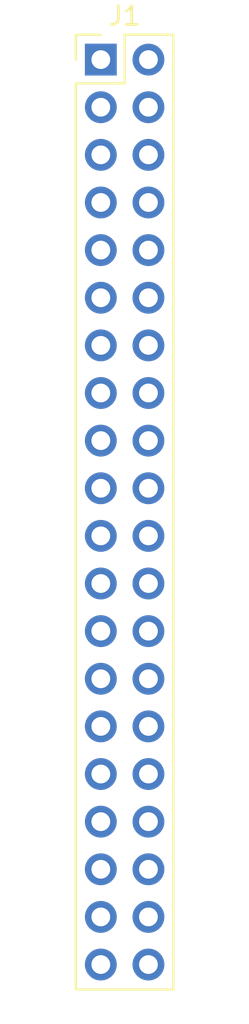
<source format=kicad_pcb>
(kicad_pcb (version 20221018) (generator pcbnew)
  (layers (0 "F.Cu" signal) (31 "B.Cu" signal) (34 "B.Paste" user) (35 "F.Paste" user) (36 "B.SilkS" user "B.Silkscreen") (37 "F.SilkS" user "F.Silkscreen") (38 "B.Mask" user) (39 "F.Mask" user) (44 "Edge.Cuts" user))
  (net 0 "")
  (footprint "Connector_PinHeader_2.54mm:PinHeader_2x20_P2.54mm_Vertical" (layer "F.Cu") (at 43.18 22.86)
    (fp_text reference "J1" (at 1.27 -2.33) (layer "F.SilkS"))
    (fp_text value "Raspberry_Pi_2_3")
    (fp_line (start -1.33 -1.33) (end 0 -1.33) (stroke (width 0.12)) (layer "F.SilkS"))
    (fp_line (start -1.33 0) (end -1.33 -1.33) (stroke (width 0.12)) (layer "F.SilkS"))
    (fp_line (start -1.33 1.27) (end -1.33 49.59) (stroke (width 0.12)) (layer "F.SilkS"))
    (fp_line (start -1.33 1.27) (end 1.27 1.27) (stroke (width 0.12)) (layer "F.SilkS"))
    (fp_line (start -1.33 49.59) (end 3.87 49.59) (stroke (width 0.12)) (layer "F.SilkS"))
    (fp_line (start 1.27 -1.33) (end 3.87 -1.33) (stroke (width 0.12)) (layer "F.SilkS"))
    (fp_line (start 1.27 1.27) (end 1.27 -1.33) (stroke (width 0.12)) (layer "F.SilkS"))
    (fp_line (start 3.87 -1.33) (end 3.87 49.59) (stroke (width 0.12)) (layer "F.SilkS"))
    (pad "1" thru_hole rect (at 0 0) (size 1.7 1.7) (drill 1) (layers "*.Cu" "*.Mask"))
    (pad "2" thru_hole oval (at 2.54 0) (size 1.7 1.7) (drill 1) (layers "*.Cu" "*.Mask"))
    (pad "3" thru_hole oval (at 0 2.54) (size 1.7 1.7) (drill 1) (layers "*.Cu" "*.Mask"))
    (pad "4" thru_hole oval (at 2.54 2.54) (size 1.7 1.7) (drill 1) (layers "*.Cu" "*.Mask"))
    (pad "5" thru_hole oval (at 0 5.08) (size 1.7 1.7) (drill 1) (layers "*.Cu" "*.Mask"))
    (pad "6" thru_hole oval (at 2.54 5.08) (size 1.7 1.7) (drill 1) (layers "*.Cu" "*.Mask"))
    (pad "7" thru_hole oval (at 0 7.62) (size 1.7 1.7) (drill 1) (layers "*.Cu" "*.Mask"))
    (pad "8" thru_hole oval (at 2.54 7.62) (size 1.7 1.7) (drill 1) (layers "*.Cu" "*.Mask"))
    (pad "9" thru_hole oval (at 0 10.16) (size 1.7 1.7) (drill 1) (layers "*.Cu" "*.Mask"))
    (pad "10" thru_hole oval (at 2.54 10.16) (size 1.7 1.7) (drill 1) (layers "*.Cu" "*.Mask"))
    (pad "11" thru_hole oval (at 0 12.7) (size 1.7 1.7) (drill 1) (layers "*.Cu" "*.Mask"))
    (pad "12" thru_hole oval (at 2.54 12.7) (size 1.7 1.7) (drill 1) (layers "*.Cu" "*.Mask"))
    (pad "13" thru_hole oval (at 0 15.24) (size 1.7 1.7) (drill 1) (layers "*.Cu" "*.Mask"))
    (pad "14" thru_hole oval (at 2.54 15.24) (size 1.7 1.7) (drill 1) (layers "*.Cu" "*.Mask"))
    (pad "15" thru_hole oval (at 0 17.78) (size 1.7 1.7) (drill 1) (layers "*.Cu" "*.Mask"))
    (pad "16" thru_hole oval (at 2.54 17.78) (size 1.7 1.7) (drill 1) (layers "*.Cu" "*.Mask"))
    (pad "17" thru_hole oval (at 0 20.32) (size 1.7 1.7) (drill 1) (layers "*.Cu" "*.Mask"))
    (pad "18" thru_hole oval (at 2.54 20.32) (size 1.7 1.7) (drill 1) (layers "*.Cu" "*.Mask"))
    (pad "19" thru_hole oval (at 0 22.86) (size 1.7 1.7) (drill 1) (layers "*.Cu" "*.Mask"))
    (pad "20" thru_hole oval (at 2.54 22.86) (size 1.7 1.7) (drill 1) (layers "*.Cu" "*.Mask"))
    (pad "21" thru_hole oval (at 0 25.4) (size 1.7 1.7) (drill 1) (layers "*.Cu" "*.Mask"))
    (pad "22" thru_hole oval (at 2.54 25.4) (size 1.7 1.7) (drill 1) (layers "*.Cu" "*.Mask"))
    (pad "23" thru_hole oval (at 0 27.94) (size 1.7 1.7) (drill 1) (layers "*.Cu" "*.Mask"))
    (pad "24" thru_hole oval (at 2.54 27.94) (size 1.7 1.7) (drill 1) (layers "*.Cu" "*.Mask"))
    (pad "25" thru_hole oval (at 0 30.48) (size 1.7 1.7) (drill 1) (layers "*.Cu" "*.Mask"))
    (pad "26" thru_hole oval (at 2.54 30.48) (size 1.7 1.7) (drill 1) (layers "*.Cu" "*.Mask"))
    (pad "27" thru_hole oval (at 0 33.02) (size 1.7 1.7) (drill 1) (layers "*.Cu" "*.Mask"))
    (pad "28" thru_hole oval (at 2.54 33.02) (size 1.7 1.7) (drill 1) (layers "*.Cu" "*.Mask"))
    (pad "29" thru_hole oval (at 0 35.56) (size 1.7 1.7) (drill 1) (layers "*.Cu" "*.Mask"))
    (pad "30" thru_hole oval (at 2.54 35.56) (size 1.7 1.7) (drill 1) (layers "*.Cu" "*.Mask"))
    (pad "31" thru_hole oval (at 0 38.1) (size 1.7 1.7) (drill 1) (layers "*.Cu" "*.Mask"))
    (pad "32" thru_hole oval (at 2.54 38.1) (size 1.7 1.7) (drill 1) (layers "*.Cu" "*.Mask"))
    (pad "33" thru_hole oval (at 0 40.64) (size 1.7 1.7) (drill 1) (layers "*.Cu" "*.Mask"))
    (pad "34" thru_hole oval (at 2.54 40.64) (size 1.7 1.7) (drill 1) (layers "*.Cu" "*.Mask"))
    (pad "35" thru_hole oval (at 0 43.18) (size 1.7 1.7) (drill 1) (layers "*.Cu" "*.Mask"))
    (pad "36" thru_hole oval (at 2.54 43.18) (size 1.7 1.7) (drill 1) (layers "*.Cu" "*.Mask"))
    (pad "37" thru_hole oval (at 0 45.72) (size 1.7 1.7) (drill 1) (layers "*.Cu" "*.Mask"))
    (pad "38" thru_hole oval (at 2.54 45.72) (size 1.7 1.7) (drill 1) (layers "*.Cu" "*.Mask"))
    (pad "39" thru_hole oval (at 0 48.26) (size 1.7 1.7) (drill 1) (layers "*.Cu" "*.Mask"))
    (pad "40" thru_hole oval (at 2.54 48.26) (size 1.7 1.7) (drill 1) (layers "*.Cu" "*.Mask"))
  )
)
</source>
